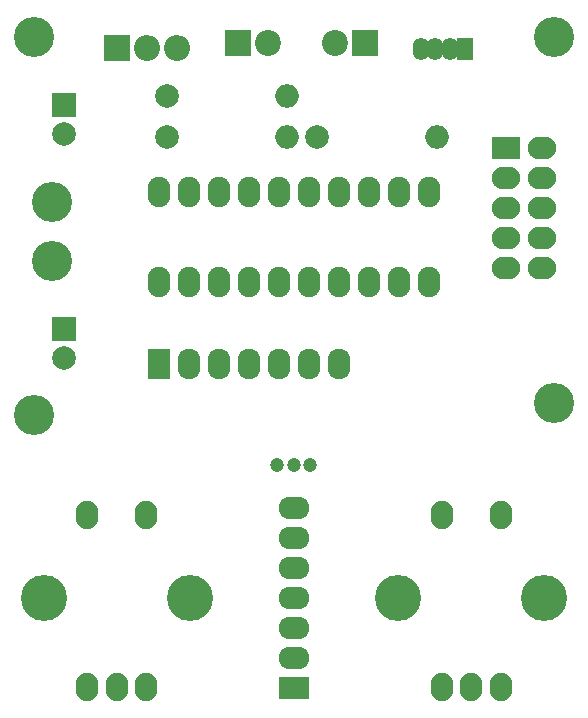
<source format=gbs>
%TF.GenerationSoftware,KiCad,Pcbnew,(2017-10-06 revision 4905bbe50)-master*%
%TF.CreationDate,2017-10-08T14:00:52+03:00*%
%TF.ProjectId,dps5005control,64707335303035636F6E74726F6C2E6B,rev?*%
%TF.SameCoordinates,Original*%
%TF.FileFunction,Soldermask,Bot*%
%TF.FilePolarity,Negative*%
%FSLAX46Y46*%
G04 Gerber Fmt 4.6, Leading zero omitted, Abs format (unit mm)*
G04 Created by KiCad (PCBNEW (2017-10-06 revision 4905bbe50)-master) date Sun Oct  8 14:00:52 2017*
%MOMM*%
%LPD*%
G01*
G04 APERTURE LIST*
%ADD10O,2.000000X2.000000*%
%ADD11C,2.000000*%
%ADD12O,2.400000X1.900000*%
%ADD13R,2.400000X1.900000*%
%ADD14O,1.349960X1.898600*%
%ADD15R,1.349960X1.898600*%
%ADD16C,3.400000*%
%ADD17C,2.200000*%
%ADD18R,2.200000X2.200000*%
%ADD19C,1.200000*%
%ADD20R,2.000000X2.000000*%
%ADD21O,1.901140X2.599640*%
%ADD22O,1.901140X2.398980*%
%ADD23C,3.900120*%
%ADD24R,1.924000X2.599640*%
%ADD25O,1.924000X2.599640*%
%ADD26O,2.200000X2.200000*%
%ADD27R,2.599640X1.924000*%
%ADD28O,2.599640X1.924000*%
G04 APERTURE END LIST*
D10*
%TO.C,R1*%
X189484000Y-68650000D03*
D11*
X179324000Y-68650000D03*
%TD*%
D12*
%TO.C,P3*%
X195380000Y-79730000D03*
X198420000Y-79730000D03*
X198420000Y-77190000D03*
X195380000Y-77190000D03*
D13*
X195380000Y-69570000D03*
D12*
X198420000Y-69570000D03*
X195380000Y-72110000D03*
X198420000Y-72110000D03*
X195380000Y-74650000D03*
X198420000Y-74650000D03*
%TD*%
D14*
%TO.C,df13-4p-125dsa*%
X188117480Y-61214000D03*
X189367160Y-61214000D03*
X190616840Y-61214000D03*
D15*
X191866520Y-61214000D03*
%TD*%
D16*
%TO.C,P1*%
X156900000Y-74150000D03*
X156900000Y-79150000D03*
%TD*%
D17*
%TO.C,D1*%
X180860000Y-60650000D03*
D18*
X183400000Y-60650000D03*
%TD*%
D16*
%TO.C,REF\002A\002A*%
X155400000Y-92150000D03*
%TD*%
%TO.C,REF\002A\002A*%
X199400000Y-91150000D03*
%TD*%
%TO.C,REF\002A\002A*%
X199400000Y-60150000D03*
%TD*%
D19*
%TO.C,REF\002A\002A*%
X176000000Y-96450000D03*
%TD*%
%TO.C,REF\002A\002A*%
X177400000Y-96450000D03*
%TD*%
%TO.C,REF\002A\002A*%
X178800000Y-96450000D03*
%TD*%
D11*
%TO.C,C2*%
X157900000Y-68400000D03*
D20*
X157900000Y-65900000D03*
%TD*%
D21*
%TO.C,U2*%
X188830000Y-73340000D03*
X186290000Y-73340000D03*
X183750000Y-73340000D03*
X181210000Y-73340000D03*
X178670000Y-73340000D03*
X176130000Y-73340000D03*
X173590000Y-73340000D03*
X171050000Y-73340000D03*
X168510000Y-73340000D03*
X165970000Y-73340000D03*
X165970000Y-80960000D03*
X168510000Y-80960000D03*
X171050000Y-80960000D03*
X173590000Y-80960000D03*
X176130000Y-80960000D03*
X178670000Y-80960000D03*
X181210000Y-80960000D03*
X183750000Y-80960000D03*
X186290000Y-80960000D03*
X188830000Y-80960000D03*
%TD*%
D22*
%TO.C,ENC1*%
X159900640Y-115193420D03*
X162400000Y-115193420D03*
X164899360Y-115193420D03*
D23*
X156199860Y-107692800D03*
X168600140Y-107692800D03*
D22*
X159900640Y-100692560D03*
X164899360Y-100692560D03*
%TD*%
D24*
%TO.C,P4*%
X165989000Y-87884000D03*
D25*
X168529000Y-87884000D03*
X171069000Y-87884000D03*
X173609000Y-87884000D03*
X176149000Y-87884000D03*
X178689000Y-87884000D03*
X181229000Y-87884000D03*
%TD*%
D20*
%TO.C,C1*%
X157900000Y-84900000D03*
D11*
X157900000Y-87400000D03*
%TD*%
D10*
%TO.C,R3*%
X176784000Y-65150000D03*
D11*
X166624000Y-65150000D03*
%TD*%
D26*
%TO.C,U1*%
X167480000Y-61150000D03*
X164940000Y-61150000D03*
D18*
X162400000Y-61150000D03*
%TD*%
D16*
%TO.C,REF\002A\002A*%
X155400000Y-60150000D03*
%TD*%
D11*
%TO.C,R2*%
X166624000Y-68650000D03*
D10*
X176784000Y-68650000D03*
%TD*%
D17*
%TO.C,D2*%
X175190000Y-60650000D03*
D18*
X172650000Y-60650000D03*
%TD*%
D22*
%TO.C,ENC2*%
X194899360Y-100692560D03*
X189900640Y-100692560D03*
D23*
X198600140Y-107692800D03*
X186199860Y-107692800D03*
D22*
X194899360Y-115193420D03*
X192400000Y-115193420D03*
X189900640Y-115193420D03*
%TD*%
D27*
%TO.C,P1*%
X177400000Y-115312800D03*
D28*
X177400000Y-112772800D03*
X177400000Y-110232800D03*
X177400000Y-107692800D03*
X177400000Y-105152800D03*
X177400000Y-102612800D03*
X177400000Y-100072800D03*
%TD*%
M02*

</source>
